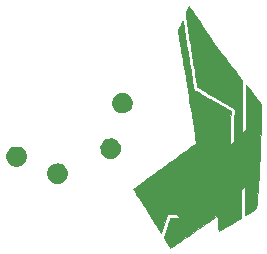
<source format=gbr>
%TF.GenerationSoftware,KiCad,Pcbnew,(5.1.10)-1*%
%TF.CreationDate,2021-10-13T15:42:42-04:00*%
%TF.ProjectId,TFTS-HTH-SAO-Scout-IS,54465453-2d48-4544-982d-53414f2d5363,rev?*%
%TF.SameCoordinates,Original*%
%TF.FileFunction,Legend,Top*%
%TF.FilePolarity,Positive*%
%FSLAX46Y46*%
G04 Gerber Fmt 4.6, Leading zero omitted, Abs format (unit mm)*
G04 Created by KiCad (PCBNEW (5.1.10)-1) date 2021-10-13 15:42:42*
%MOMM*%
%LPD*%
G01*
G04 APERTURE LIST*
%ADD10C,0.010000*%
G04 APERTURE END LIST*
D10*
%TO.C,G\u002A\u002A\u002A*%
G36*
X151017887Y-80107016D02*
G01*
X151090138Y-80112734D01*
X151150074Y-80126135D01*
X151212683Y-80150118D01*
X151261249Y-80172442D01*
X151416202Y-80266714D01*
X151540979Y-80384945D01*
X151635500Y-80521880D01*
X151699687Y-80672268D01*
X151733459Y-80830856D01*
X151736738Y-80992392D01*
X151709444Y-81151622D01*
X151651498Y-81303294D01*
X151562822Y-81442157D01*
X151443336Y-81562956D01*
X151292960Y-81660440D01*
X151283748Y-81665042D01*
X151210395Y-81698781D01*
X151147144Y-81720025D01*
X151078725Y-81732122D01*
X150989872Y-81738423D01*
X150941169Y-81740198D01*
X150829027Y-81741281D01*
X150744720Y-81735327D01*
X150674107Y-81720758D01*
X150626702Y-81705128D01*
X150461479Y-81623027D01*
X150323748Y-81512248D01*
X150215485Y-81377892D01*
X150138666Y-81225059D01*
X150095268Y-81058852D01*
X150087264Y-80884371D01*
X150116633Y-80706717D01*
X150177739Y-80546116D01*
X150262090Y-80414375D01*
X150374950Y-80295465D01*
X150504568Y-80200376D01*
X150595613Y-80155198D01*
X150672150Y-80129380D01*
X150751285Y-80114169D01*
X150848349Y-80107230D01*
X150918334Y-80106079D01*
X151017887Y-80107016D01*
G37*
X151017887Y-80107016D02*
X151090138Y-80112734D01*
X151150074Y-80126135D01*
X151212683Y-80150118D01*
X151261249Y-80172442D01*
X151416202Y-80266714D01*
X151540979Y-80384945D01*
X151635500Y-80521880D01*
X151699687Y-80672268D01*
X151733459Y-80830856D01*
X151736738Y-80992392D01*
X151709444Y-81151622D01*
X151651498Y-81303294D01*
X151562822Y-81442157D01*
X151443336Y-81562956D01*
X151292960Y-81660440D01*
X151283748Y-81665042D01*
X151210395Y-81698781D01*
X151147144Y-81720025D01*
X151078725Y-81732122D01*
X150989872Y-81738423D01*
X150941169Y-81740198D01*
X150829027Y-81741281D01*
X150744720Y-81735327D01*
X150674107Y-81720758D01*
X150626702Y-81705128D01*
X150461479Y-81623027D01*
X150323748Y-81512248D01*
X150215485Y-81377892D01*
X150138666Y-81225059D01*
X150095268Y-81058852D01*
X150087264Y-80884371D01*
X150116633Y-80706717D01*
X150177739Y-80546116D01*
X150262090Y-80414375D01*
X150374950Y-80295465D01*
X150504568Y-80200376D01*
X150595613Y-80155198D01*
X150672150Y-80129380D01*
X150751285Y-80114169D01*
X150848349Y-80107230D01*
X150918334Y-80106079D01*
X151017887Y-80107016D01*
G36*
X150133968Y-83981694D02*
G01*
X150299117Y-84051115D01*
X150454199Y-84161015D01*
X150507436Y-84210547D01*
X150608650Y-84325188D01*
X150677338Y-84440187D01*
X150718028Y-84566859D01*
X150735249Y-84716520D01*
X150736582Y-84783084D01*
X150727850Y-84941828D01*
X150698343Y-85073406D01*
X150643093Y-85189924D01*
X150557134Y-85303484D01*
X150496936Y-85367103D01*
X150405560Y-85451687D01*
X150324935Y-85509525D01*
X150242717Y-85549348D01*
X150235178Y-85552212D01*
X150085008Y-85593105D01*
X149927666Y-85609704D01*
X149779126Y-85600943D01*
X149714048Y-85586973D01*
X149535442Y-85517026D01*
X149382484Y-85416262D01*
X149258340Y-85288193D01*
X149166176Y-85136334D01*
X149109158Y-84964199D01*
X149098649Y-84903941D01*
X149092891Y-84717342D01*
X149125804Y-84541004D01*
X149194118Y-84379430D01*
X149294564Y-84237125D01*
X149423873Y-84118592D01*
X149578776Y-84028336D01*
X149756003Y-83970860D01*
X149779306Y-83966252D01*
X149960210Y-83953243D01*
X150133968Y-83981694D01*
G37*
X150133968Y-83981694D02*
X150299117Y-84051115D01*
X150454199Y-84161015D01*
X150507436Y-84210547D01*
X150608650Y-84325188D01*
X150677338Y-84440187D01*
X150718028Y-84566859D01*
X150735249Y-84716520D01*
X150736582Y-84783084D01*
X150727850Y-84941828D01*
X150698343Y-85073406D01*
X150643093Y-85189924D01*
X150557134Y-85303484D01*
X150496936Y-85367103D01*
X150405560Y-85451687D01*
X150324935Y-85509525D01*
X150242717Y-85549348D01*
X150235178Y-85552212D01*
X150085008Y-85593105D01*
X149927666Y-85609704D01*
X149779126Y-85600943D01*
X149714048Y-85586973D01*
X149535442Y-85517026D01*
X149382484Y-85416262D01*
X149258340Y-85288193D01*
X149166176Y-85136334D01*
X149109158Y-84964199D01*
X149098649Y-84903941D01*
X149092891Y-84717342D01*
X149125804Y-84541004D01*
X149194118Y-84379430D01*
X149294564Y-84237125D01*
X149423873Y-84118592D01*
X149578776Y-84028336D01*
X149756003Y-83970860D01*
X149779306Y-83966252D01*
X149960210Y-83953243D01*
X150133968Y-83981694D01*
G36*
X142059832Y-84635699D02*
G01*
X142135031Y-84639570D01*
X142192679Y-84648814D01*
X142245163Y-84665714D01*
X142304872Y-84692557D01*
X142327706Y-84703707D01*
X142478687Y-84799681D01*
X142602952Y-84926694D01*
X142702927Y-85087293D01*
X142712662Y-85107365D01*
X142745705Y-85181680D01*
X142765519Y-85243177D01*
X142775243Y-85307849D01*
X142778020Y-85391689D01*
X142777845Y-85439250D01*
X142770033Y-85582947D01*
X142746283Y-85701538D01*
X142701820Y-85810755D01*
X142631870Y-85926326D01*
X142628463Y-85931319D01*
X142552142Y-86020377D01*
X142451463Y-86107134D01*
X142341046Y-86180679D01*
X142235508Y-86230099D01*
X142222553Y-86234291D01*
X142101197Y-86258971D01*
X141963960Y-86267858D01*
X141828814Y-86260892D01*
X141713732Y-86238016D01*
X141707370Y-86235976D01*
X141572084Y-86181577D01*
X141462106Y-86112697D01*
X141360579Y-86018650D01*
X141354891Y-86012520D01*
X141245374Y-85865009D01*
X141172834Y-85704649D01*
X141136245Y-85536981D01*
X141134582Y-85367544D01*
X141166821Y-85201877D01*
X141231936Y-85045521D01*
X141328902Y-84904014D01*
X141456695Y-84782897D01*
X141598634Y-84695208D01*
X141657254Y-84668182D01*
X141708900Y-84650676D01*
X141765592Y-84640654D01*
X141839347Y-84636081D01*
X141942183Y-84634923D01*
X141954695Y-84634917D01*
X142059832Y-84635699D01*
G37*
X142059832Y-84635699D02*
X142135031Y-84639570D01*
X142192679Y-84648814D01*
X142245163Y-84665714D01*
X142304872Y-84692557D01*
X142327706Y-84703707D01*
X142478687Y-84799681D01*
X142602952Y-84926694D01*
X142702927Y-85087293D01*
X142712662Y-85107365D01*
X142745705Y-85181680D01*
X142765519Y-85243177D01*
X142775243Y-85307849D01*
X142778020Y-85391689D01*
X142777845Y-85439250D01*
X142770033Y-85582947D01*
X142746283Y-85701538D01*
X142701820Y-85810755D01*
X142631870Y-85926326D01*
X142628463Y-85931319D01*
X142552142Y-86020377D01*
X142451463Y-86107134D01*
X142341046Y-86180679D01*
X142235508Y-86230099D01*
X142222553Y-86234291D01*
X142101197Y-86258971D01*
X141963960Y-86267858D01*
X141828814Y-86260892D01*
X141713732Y-86238016D01*
X141707370Y-86235976D01*
X141572084Y-86181577D01*
X141462106Y-86112697D01*
X141360579Y-86018650D01*
X141354891Y-86012520D01*
X141245374Y-85865009D01*
X141172834Y-85704649D01*
X141136245Y-85536981D01*
X141134582Y-85367544D01*
X141166821Y-85201877D01*
X141231936Y-85045521D01*
X141328902Y-84904014D01*
X141456695Y-84782897D01*
X141598634Y-84695208D01*
X141657254Y-84668182D01*
X141708900Y-84650676D01*
X141765592Y-84640654D01*
X141839347Y-84636081D01*
X141942183Y-84634923D01*
X141954695Y-84634917D01*
X142059832Y-84635699D01*
G36*
X145625321Y-86094400D02*
G01*
X145777987Y-86150994D01*
X145918583Y-86238632D01*
X146041995Y-86357369D01*
X146143111Y-86507261D01*
X146162725Y-86546252D01*
X146194236Y-86616468D01*
X146214024Y-86674982D01*
X146224774Y-86735915D01*
X146229170Y-86813388D01*
X146229917Y-86899750D01*
X146228496Y-87003882D01*
X146222694Y-87079284D01*
X146210199Y-87139508D01*
X146188701Y-87198106D01*
X146173189Y-87232449D01*
X146079711Y-87384684D01*
X145954527Y-87517114D01*
X145806999Y-87620199D01*
X145777631Y-87635476D01*
X145704536Y-87669132D01*
X145641617Y-87690248D01*
X145573578Y-87702163D01*
X145485125Y-87708213D01*
X145436741Y-87709850D01*
X145333160Y-87711112D01*
X145257419Y-87706589D01*
X145195197Y-87694313D01*
X145132174Y-87672316D01*
X145116391Y-87665814D01*
X144944841Y-87573776D01*
X144805091Y-87454311D01*
X144695260Y-87305643D01*
X144655861Y-87230374D01*
X144629894Y-87170026D01*
X144613423Y-87114464D01*
X144604364Y-87050947D01*
X144600636Y-86966739D01*
X144600084Y-86889167D01*
X144601611Y-86779898D01*
X144607393Y-86700676D01*
X144619226Y-86639284D01*
X144638908Y-86583507D01*
X144648113Y-86562770D01*
X144742129Y-86403622D01*
X144859861Y-86275127D01*
X144996196Y-86177341D01*
X145146022Y-86110319D01*
X145304226Y-86074118D01*
X145465697Y-86068793D01*
X145625321Y-86094400D01*
G37*
X145625321Y-86094400D02*
X145777987Y-86150994D01*
X145918583Y-86238632D01*
X146041995Y-86357369D01*
X146143111Y-86507261D01*
X146162725Y-86546252D01*
X146194236Y-86616468D01*
X146214024Y-86674982D01*
X146224774Y-86735915D01*
X146229170Y-86813388D01*
X146229917Y-86899750D01*
X146228496Y-87003882D01*
X146222694Y-87079284D01*
X146210199Y-87139508D01*
X146188701Y-87198106D01*
X146173189Y-87232449D01*
X146079711Y-87384684D01*
X145954527Y-87517114D01*
X145806999Y-87620199D01*
X145777631Y-87635476D01*
X145704536Y-87669132D01*
X145641617Y-87690248D01*
X145573578Y-87702163D01*
X145485125Y-87708213D01*
X145436741Y-87709850D01*
X145333160Y-87711112D01*
X145257419Y-87706589D01*
X145195197Y-87694313D01*
X145132174Y-87672316D01*
X145116391Y-87665814D01*
X144944841Y-87573776D01*
X144805091Y-87454311D01*
X144695260Y-87305643D01*
X144655861Y-87230374D01*
X144629894Y-87170026D01*
X144613423Y-87114464D01*
X144604364Y-87050947D01*
X144600636Y-86966739D01*
X144600084Y-86889167D01*
X144601611Y-86779898D01*
X144607393Y-86700676D01*
X144619226Y-86639284D01*
X144638908Y-86583507D01*
X144648113Y-86562770D01*
X144742129Y-86403622D01*
X144859861Y-86275127D01*
X144996196Y-86177341D01*
X145146022Y-86110319D01*
X145304226Y-86074118D01*
X145465697Y-86068793D01*
X145625321Y-86094400D01*
G36*
X156586341Y-72754288D02*
G01*
X156621941Y-72799012D01*
X156675522Y-72872020D01*
X156744544Y-72969704D01*
X156826469Y-73088454D01*
X156918755Y-73224663D01*
X157018864Y-73374721D01*
X157047991Y-73418789D01*
X157163254Y-73593500D01*
X157283242Y-73775313D01*
X157403130Y-73956922D01*
X157518094Y-74131021D01*
X157623309Y-74290302D01*
X157713951Y-74427460D01*
X157773326Y-74517250D01*
X157940004Y-74765324D01*
X158130657Y-75042171D01*
X158342390Y-75343850D01*
X158572308Y-75666420D01*
X158817519Y-76005940D01*
X159075127Y-76358468D01*
X159342239Y-76720065D01*
X159615960Y-77086789D01*
X159893396Y-77454698D01*
X160171653Y-77819853D01*
X160447837Y-78178312D01*
X160692956Y-78492860D01*
X161104794Y-79018302D01*
X161091441Y-80736526D01*
X161089146Y-81018302D01*
X161086657Y-81299400D01*
X161084026Y-81575243D01*
X161081306Y-81841257D01*
X161078547Y-82092867D01*
X161075804Y-82325496D01*
X161073127Y-82534570D01*
X161070569Y-82715514D01*
X161068183Y-82863751D01*
X161066019Y-82974706D01*
X161065809Y-82983917D01*
X161053530Y-83513084D01*
X161222977Y-83343750D01*
X161392424Y-83174417D01*
X161414961Y-81324432D01*
X161418442Y-81048344D01*
X161421997Y-80784485D01*
X161425571Y-80535911D01*
X161429111Y-80305675D01*
X161432562Y-80096830D01*
X161435870Y-79912433D01*
X161438979Y-79755535D01*
X161441836Y-79629193D01*
X161444386Y-79536459D01*
X161446575Y-79480388D01*
X161448120Y-79463825D01*
X161466891Y-79470825D01*
X161497660Y-79502373D01*
X161499007Y-79504060D01*
X161520417Y-79530927D01*
X161565368Y-79587199D01*
X161630944Y-79669233D01*
X161714232Y-79773384D01*
X161812317Y-79896008D01*
X161922284Y-80033462D01*
X162041219Y-80182101D01*
X162123700Y-80285167D01*
X162708127Y-81015417D01*
X162708114Y-81290584D01*
X162707073Y-81462367D01*
X162704060Y-81672428D01*
X162699223Y-81916764D01*
X162692708Y-82191371D01*
X162684663Y-82492248D01*
X162675234Y-82815391D01*
X162664569Y-83156798D01*
X162652814Y-83512465D01*
X162640116Y-83878391D01*
X162626622Y-84250571D01*
X162612480Y-84625004D01*
X162597836Y-84997687D01*
X162582837Y-85364616D01*
X162567631Y-85721789D01*
X162552363Y-86065204D01*
X162537181Y-86390856D01*
X162522233Y-86694745D01*
X162507664Y-86972866D01*
X162493622Y-87221218D01*
X162485476Y-87354834D01*
X162471945Y-87561655D01*
X162456632Y-87781919D01*
X162439914Y-88011174D01*
X162422168Y-88244970D01*
X162403773Y-88478856D01*
X162385105Y-88708382D01*
X162366543Y-88929098D01*
X162348464Y-89136553D01*
X162331245Y-89326295D01*
X162315264Y-89493876D01*
X162300899Y-89634844D01*
X162288528Y-89744748D01*
X162278527Y-89819139D01*
X162274466Y-89841946D01*
X162252468Y-89869107D01*
X162193726Y-89915950D01*
X162098103Y-89982574D01*
X161965461Y-90069073D01*
X161814793Y-90163702D01*
X161690735Y-90240026D01*
X161578348Y-90308064D01*
X161482672Y-90364856D01*
X161408746Y-90407441D01*
X161361608Y-90432857D01*
X161346571Y-90438839D01*
X161343405Y-90417501D01*
X161340498Y-90357585D01*
X161337898Y-90262845D01*
X161335653Y-90137036D01*
X161333808Y-89983911D01*
X161332412Y-89807227D01*
X161331510Y-89610736D01*
X161331150Y-89398195D01*
X161331287Y-89217500D01*
X161333516Y-88000417D01*
X161006440Y-88326651D01*
X160997376Y-89501256D01*
X160988311Y-90675860D01*
X160647031Y-90885049D01*
X160540388Y-90950065D01*
X160415725Y-91025482D01*
X160277423Y-91108702D01*
X160129866Y-91197125D01*
X159977437Y-91288151D01*
X159824517Y-91379183D01*
X159675491Y-91467620D01*
X159534741Y-91550862D01*
X159406650Y-91626312D01*
X159295600Y-91691369D01*
X159205975Y-91743435D01*
X159142156Y-91779910D01*
X159108528Y-91798194D01*
X159104540Y-91799834D01*
X159099455Y-91780008D01*
X159093262Y-91725814D01*
X159086691Y-91645176D01*
X159080474Y-91546021D01*
X159079613Y-91529959D01*
X159072353Y-91410576D01*
X159062422Y-91274227D01*
X159050578Y-91128993D01*
X159037580Y-90982952D01*
X159024188Y-90844184D01*
X159011159Y-90720771D01*
X158999252Y-90620791D01*
X158989226Y-90552325D01*
X158986484Y-90538139D01*
X158972250Y-90472361D01*
X158347834Y-90917091D01*
X158194738Y-91025696D01*
X158023508Y-91146397D01*
X157836916Y-91277290D01*
X157637732Y-91416470D01*
X157428728Y-91562034D01*
X157212675Y-91712079D01*
X156992345Y-91864701D01*
X156770509Y-92017996D01*
X156549939Y-92170060D01*
X156333406Y-92318990D01*
X156123681Y-92462882D01*
X155923536Y-92599833D01*
X155735743Y-92727938D01*
X155563071Y-92845295D01*
X155408294Y-92949999D01*
X155274183Y-93040146D01*
X155163508Y-93113834D01*
X155079041Y-93169158D01*
X155023554Y-93204215D01*
X154999818Y-93217101D01*
X154999404Y-93217121D01*
X154986929Y-93199677D01*
X154955332Y-93151132D01*
X154907733Y-93076405D01*
X154847251Y-92980415D01*
X154777006Y-92868082D01*
X154722972Y-92781192D01*
X154453026Y-92346141D01*
X154720154Y-91527945D01*
X154778079Y-91350689D01*
X154831858Y-91186429D01*
X154880093Y-91039420D01*
X154921380Y-90913919D01*
X154954320Y-90814180D01*
X154977511Y-90744461D01*
X154989553Y-90709016D01*
X154990937Y-90705385D01*
X155012163Y-90702851D01*
X155069315Y-90698295D01*
X155156059Y-90692160D01*
X155266062Y-90684890D01*
X155392987Y-90676928D01*
X155425656Y-90674939D01*
X155856719Y-90648860D01*
X155752901Y-90556687D01*
X155681030Y-90493529D01*
X155606136Y-90428710D01*
X155563098Y-90392047D01*
X155477112Y-90319578D01*
X155118598Y-90352040D01*
X154999687Y-90363549D01*
X154895811Y-90375009D01*
X154814174Y-90385513D01*
X154761980Y-90394152D01*
X154746390Y-90398960D01*
X154736983Y-90421690D01*
X154716086Y-90480229D01*
X154685206Y-90570095D01*
X154645853Y-90686808D01*
X154599535Y-90825888D01*
X154547762Y-90982855D01*
X154492042Y-91153229D01*
X154483098Y-91180709D01*
X154427052Y-91352073D01*
X154374786Y-91510110D01*
X154327788Y-91650448D01*
X154287549Y-91768717D01*
X154255557Y-91860545D01*
X154233303Y-91921561D01*
X154222276Y-91947395D01*
X154221625Y-91947973D01*
X154208942Y-91930423D01*
X154175434Y-91879440D01*
X154122675Y-91797513D01*
X154052238Y-91687132D01*
X153965697Y-91550786D01*
X153864626Y-91390964D01*
X153750598Y-91210155D01*
X153625187Y-91010850D01*
X153489967Y-90795536D01*
X153346511Y-90566704D01*
X153196393Y-90326843D01*
X153162000Y-90271834D01*
X153007375Y-90024699D01*
X152856769Y-89784420D01*
X152712006Y-89553883D01*
X152574910Y-89335970D01*
X152447301Y-89133565D01*
X152331004Y-88949552D01*
X152227841Y-88786815D01*
X152139635Y-88648238D01*
X152068208Y-88536704D01*
X152015384Y-88455097D01*
X151982984Y-88406301D01*
X151981330Y-88403902D01*
X151848410Y-88212084D01*
X151907247Y-88166249D01*
X151930979Y-88148814D01*
X151987178Y-88108114D01*
X152073903Y-88045543D01*
X152189211Y-87962497D01*
X152331160Y-87860370D01*
X152497810Y-87740557D01*
X152687217Y-87604454D01*
X152897440Y-87453455D01*
X153126538Y-87288956D01*
X153372568Y-87112352D01*
X153633589Y-86925037D01*
X153907659Y-86728406D01*
X154192836Y-86523854D01*
X154487178Y-86312777D01*
X154537834Y-86276456D01*
X154833313Y-86064581D01*
X155119825Y-85859109D01*
X155395438Y-85661424D01*
X155658222Y-85472913D01*
X155906247Y-85294962D01*
X156137582Y-85128956D01*
X156350296Y-84976282D01*
X156542459Y-84838325D01*
X156712140Y-84716472D01*
X156857409Y-84612107D01*
X156976334Y-84526617D01*
X157066986Y-84461388D01*
X157127433Y-84417806D01*
X157155745Y-84397256D01*
X157157262Y-84396124D01*
X157204940Y-84359750D01*
X157130456Y-83862334D01*
X157116803Y-83772178D01*
X157100654Y-83667484D01*
X157081775Y-83546816D01*
X157059930Y-83408741D01*
X157034885Y-83251826D01*
X157006406Y-83074636D01*
X156974257Y-82875739D01*
X156938205Y-82653700D01*
X156898014Y-82407087D01*
X156853450Y-82134465D01*
X156804278Y-81834400D01*
X156750264Y-81505460D01*
X156691173Y-81146210D01*
X156626770Y-80755217D01*
X156556820Y-80331047D01*
X156481089Y-79872266D01*
X156399343Y-79377442D01*
X156311346Y-78845140D01*
X156216865Y-78273927D01*
X156117106Y-77671084D01*
X156050349Y-77267607D01*
X155990224Y-76903789D01*
X155936414Y-76577529D01*
X155888603Y-76286728D01*
X155846474Y-76029285D01*
X155809710Y-75803100D01*
X155777995Y-75606072D01*
X155751012Y-75436102D01*
X155728444Y-75291089D01*
X155709974Y-75168932D01*
X155695286Y-75067532D01*
X155684063Y-74984789D01*
X155675988Y-74918601D01*
X155670745Y-74866869D01*
X155668016Y-74827493D01*
X155667486Y-74798371D01*
X155668838Y-74777405D01*
X155671754Y-74762493D01*
X155675919Y-74751536D01*
X155676642Y-74750084D01*
X155695410Y-74710919D01*
X155727959Y-74640406D01*
X155770937Y-74545907D01*
X155820996Y-74434786D01*
X155873751Y-74316734D01*
X155925057Y-74204166D01*
X155970938Y-74108610D01*
X156008643Y-74035383D01*
X156035422Y-73989796D01*
X156048524Y-73977166D01*
X156049030Y-73978068D01*
X156053538Y-74002342D01*
X156064229Y-74066024D01*
X156080719Y-74166704D01*
X156102624Y-74301967D01*
X156129559Y-74469404D01*
X156161138Y-74666600D01*
X156196979Y-74891145D01*
X156236695Y-75140627D01*
X156279902Y-75412632D01*
X156326216Y-75704750D01*
X156375252Y-76014568D01*
X156426626Y-76339674D01*
X156479952Y-76677656D01*
X156516198Y-76907672D01*
X156570509Y-77252301D01*
X156623048Y-77585301D01*
X156673437Y-77904293D01*
X156721297Y-78206893D01*
X156766250Y-78490721D01*
X156807916Y-78753396D01*
X156845917Y-78992534D01*
X156879874Y-79205756D01*
X156909409Y-79390680D01*
X156934143Y-79544923D01*
X156953697Y-79666105D01*
X156967692Y-79751845D01*
X156975751Y-79799759D01*
X156977644Y-79809520D01*
X156996212Y-79820505D01*
X157048633Y-79851371D01*
X157132255Y-79900560D01*
X157244429Y-79966514D01*
X157382504Y-80047675D01*
X157543828Y-80142485D01*
X157725752Y-80249386D01*
X157925624Y-80366821D01*
X158140793Y-80493232D01*
X158368610Y-80627060D01*
X158546721Y-80731681D01*
X160110858Y-81650417D01*
X160096980Y-82412417D01*
X160093042Y-82626886D01*
X160088671Y-82862018D01*
X160084091Y-83105886D01*
X160079529Y-83346564D01*
X160075209Y-83572126D01*
X160071356Y-83770644D01*
X160070387Y-83820000D01*
X160057673Y-84465584D01*
X160222690Y-84302726D01*
X160387707Y-84139869D01*
X160413904Y-83127976D01*
X160419437Y-82911013D01*
X160424778Y-82695519D01*
X160429786Y-82487552D01*
X160434322Y-82293172D01*
X160438246Y-82118439D01*
X160441419Y-81969413D01*
X160443701Y-81852153D01*
X160444735Y-81789303D01*
X160449369Y-81462523D01*
X158874726Y-80537366D01*
X158582839Y-80365656D01*
X158325854Y-80213987D01*
X158101990Y-80081269D01*
X157909468Y-79966411D01*
X157746508Y-79868321D01*
X157611330Y-79785910D01*
X157502156Y-79718085D01*
X157417204Y-79663756D01*
X157354694Y-79621832D01*
X157312849Y-79591222D01*
X157289886Y-79570835D01*
X157284194Y-79562397D01*
X157279378Y-79536857D01*
X157268482Y-79472334D01*
X157251954Y-79371672D01*
X157230241Y-79237716D01*
X157203792Y-79073311D01*
X157173054Y-78881299D01*
X157138474Y-78664526D01*
X157100501Y-78425836D01*
X157059582Y-78168073D01*
X157016165Y-77894081D01*
X156970697Y-77606705D01*
X156923627Y-77308789D01*
X156875401Y-77003177D01*
X156826468Y-76692713D01*
X156777276Y-76380242D01*
X156728271Y-76068608D01*
X156679903Y-75760655D01*
X156632617Y-75459228D01*
X156586863Y-75167170D01*
X156543088Y-74887327D01*
X156501739Y-74622542D01*
X156463265Y-74375659D01*
X156428112Y-74149523D01*
X156396729Y-73946978D01*
X156369564Y-73770869D01*
X156347063Y-73624039D01*
X156329675Y-73509333D01*
X156317848Y-73429595D01*
X156312029Y-73387670D01*
X156311538Y-73383098D01*
X156318339Y-73348508D01*
X156339037Y-73284149D01*
X156370073Y-73198818D01*
X156407884Y-73101312D01*
X156448911Y-73000427D01*
X156489591Y-72904961D01*
X156526366Y-72823710D01*
X156555673Y-72765472D01*
X156571263Y-72741455D01*
X156586341Y-72754288D01*
G37*
X156586341Y-72754288D02*
X156621941Y-72799012D01*
X156675522Y-72872020D01*
X156744544Y-72969704D01*
X156826469Y-73088454D01*
X156918755Y-73224663D01*
X157018864Y-73374721D01*
X157047991Y-73418789D01*
X157163254Y-73593500D01*
X157283242Y-73775313D01*
X157403130Y-73956922D01*
X157518094Y-74131021D01*
X157623309Y-74290302D01*
X157713951Y-74427460D01*
X157773326Y-74517250D01*
X157940004Y-74765324D01*
X158130657Y-75042171D01*
X158342390Y-75343850D01*
X158572308Y-75666420D01*
X158817519Y-76005940D01*
X159075127Y-76358468D01*
X159342239Y-76720065D01*
X159615960Y-77086789D01*
X159893396Y-77454698D01*
X160171653Y-77819853D01*
X160447837Y-78178312D01*
X160692956Y-78492860D01*
X161104794Y-79018302D01*
X161091441Y-80736526D01*
X161089146Y-81018302D01*
X161086657Y-81299400D01*
X161084026Y-81575243D01*
X161081306Y-81841257D01*
X161078547Y-82092867D01*
X161075804Y-82325496D01*
X161073127Y-82534570D01*
X161070569Y-82715514D01*
X161068183Y-82863751D01*
X161066019Y-82974706D01*
X161065809Y-82983917D01*
X161053530Y-83513084D01*
X161222977Y-83343750D01*
X161392424Y-83174417D01*
X161414961Y-81324432D01*
X161418442Y-81048344D01*
X161421997Y-80784485D01*
X161425571Y-80535911D01*
X161429111Y-80305675D01*
X161432562Y-80096830D01*
X161435870Y-79912433D01*
X161438979Y-79755535D01*
X161441836Y-79629193D01*
X161444386Y-79536459D01*
X161446575Y-79480388D01*
X161448120Y-79463825D01*
X161466891Y-79470825D01*
X161497660Y-79502373D01*
X161499007Y-79504060D01*
X161520417Y-79530927D01*
X161565368Y-79587199D01*
X161630944Y-79669233D01*
X161714232Y-79773384D01*
X161812317Y-79896008D01*
X161922284Y-80033462D01*
X162041219Y-80182101D01*
X162123700Y-80285167D01*
X162708127Y-81015417D01*
X162708114Y-81290584D01*
X162707073Y-81462367D01*
X162704060Y-81672428D01*
X162699223Y-81916764D01*
X162692708Y-82191371D01*
X162684663Y-82492248D01*
X162675234Y-82815391D01*
X162664569Y-83156798D01*
X162652814Y-83512465D01*
X162640116Y-83878391D01*
X162626622Y-84250571D01*
X162612480Y-84625004D01*
X162597836Y-84997687D01*
X162582837Y-85364616D01*
X162567631Y-85721789D01*
X162552363Y-86065204D01*
X162537181Y-86390856D01*
X162522233Y-86694745D01*
X162507664Y-86972866D01*
X162493622Y-87221218D01*
X162485476Y-87354834D01*
X162471945Y-87561655D01*
X162456632Y-87781919D01*
X162439914Y-88011174D01*
X162422168Y-88244970D01*
X162403773Y-88478856D01*
X162385105Y-88708382D01*
X162366543Y-88929098D01*
X162348464Y-89136553D01*
X162331245Y-89326295D01*
X162315264Y-89493876D01*
X162300899Y-89634844D01*
X162288528Y-89744748D01*
X162278527Y-89819139D01*
X162274466Y-89841946D01*
X162252468Y-89869107D01*
X162193726Y-89915950D01*
X162098103Y-89982574D01*
X161965461Y-90069073D01*
X161814793Y-90163702D01*
X161690735Y-90240026D01*
X161578348Y-90308064D01*
X161482672Y-90364856D01*
X161408746Y-90407441D01*
X161361608Y-90432857D01*
X161346571Y-90438839D01*
X161343405Y-90417501D01*
X161340498Y-90357585D01*
X161337898Y-90262845D01*
X161335653Y-90137036D01*
X161333808Y-89983911D01*
X161332412Y-89807227D01*
X161331510Y-89610736D01*
X161331150Y-89398195D01*
X161331287Y-89217500D01*
X161333516Y-88000417D01*
X161006440Y-88326651D01*
X160997376Y-89501256D01*
X160988311Y-90675860D01*
X160647031Y-90885049D01*
X160540388Y-90950065D01*
X160415725Y-91025482D01*
X160277423Y-91108702D01*
X160129866Y-91197125D01*
X159977437Y-91288151D01*
X159824517Y-91379183D01*
X159675491Y-91467620D01*
X159534741Y-91550862D01*
X159406650Y-91626312D01*
X159295600Y-91691369D01*
X159205975Y-91743435D01*
X159142156Y-91779910D01*
X159108528Y-91798194D01*
X159104540Y-91799834D01*
X159099455Y-91780008D01*
X159093262Y-91725814D01*
X159086691Y-91645176D01*
X159080474Y-91546021D01*
X159079613Y-91529959D01*
X159072353Y-91410576D01*
X159062422Y-91274227D01*
X159050578Y-91128993D01*
X159037580Y-90982952D01*
X159024188Y-90844184D01*
X159011159Y-90720771D01*
X158999252Y-90620791D01*
X158989226Y-90552325D01*
X158986484Y-90538139D01*
X158972250Y-90472361D01*
X158347834Y-90917091D01*
X158194738Y-91025696D01*
X158023508Y-91146397D01*
X157836916Y-91277290D01*
X157637732Y-91416470D01*
X157428728Y-91562034D01*
X157212675Y-91712079D01*
X156992345Y-91864701D01*
X156770509Y-92017996D01*
X156549939Y-92170060D01*
X156333406Y-92318990D01*
X156123681Y-92462882D01*
X155923536Y-92599833D01*
X155735743Y-92727938D01*
X155563071Y-92845295D01*
X155408294Y-92949999D01*
X155274183Y-93040146D01*
X155163508Y-93113834D01*
X155079041Y-93169158D01*
X155023554Y-93204215D01*
X154999818Y-93217101D01*
X154999404Y-93217121D01*
X154986929Y-93199677D01*
X154955332Y-93151132D01*
X154907733Y-93076405D01*
X154847251Y-92980415D01*
X154777006Y-92868082D01*
X154722972Y-92781192D01*
X154453026Y-92346141D01*
X154720154Y-91527945D01*
X154778079Y-91350689D01*
X154831858Y-91186429D01*
X154880093Y-91039420D01*
X154921380Y-90913919D01*
X154954320Y-90814180D01*
X154977511Y-90744461D01*
X154989553Y-90709016D01*
X154990937Y-90705385D01*
X155012163Y-90702851D01*
X155069315Y-90698295D01*
X155156059Y-90692160D01*
X155266062Y-90684890D01*
X155392987Y-90676928D01*
X155425656Y-90674939D01*
X155856719Y-90648860D01*
X155752901Y-90556687D01*
X155681030Y-90493529D01*
X155606136Y-90428710D01*
X155563098Y-90392047D01*
X155477112Y-90319578D01*
X155118598Y-90352040D01*
X154999687Y-90363549D01*
X154895811Y-90375009D01*
X154814174Y-90385513D01*
X154761980Y-90394152D01*
X154746390Y-90398960D01*
X154736983Y-90421690D01*
X154716086Y-90480229D01*
X154685206Y-90570095D01*
X154645853Y-90686808D01*
X154599535Y-90825888D01*
X154547762Y-90982855D01*
X154492042Y-91153229D01*
X154483098Y-91180709D01*
X154427052Y-91352073D01*
X154374786Y-91510110D01*
X154327788Y-91650448D01*
X154287549Y-91768717D01*
X154255557Y-91860545D01*
X154233303Y-91921561D01*
X154222276Y-91947395D01*
X154221625Y-91947973D01*
X154208942Y-91930423D01*
X154175434Y-91879440D01*
X154122675Y-91797513D01*
X154052238Y-91687132D01*
X153965697Y-91550786D01*
X153864626Y-91390964D01*
X153750598Y-91210155D01*
X153625187Y-91010850D01*
X153489967Y-90795536D01*
X153346511Y-90566704D01*
X153196393Y-90326843D01*
X153162000Y-90271834D01*
X153007375Y-90024699D01*
X152856769Y-89784420D01*
X152712006Y-89553883D01*
X152574910Y-89335970D01*
X152447301Y-89133565D01*
X152331004Y-88949552D01*
X152227841Y-88786815D01*
X152139635Y-88648238D01*
X152068208Y-88536704D01*
X152015384Y-88455097D01*
X151982984Y-88406301D01*
X151981330Y-88403902D01*
X151848410Y-88212084D01*
X151907247Y-88166249D01*
X151930979Y-88148814D01*
X151987178Y-88108114D01*
X152073903Y-88045543D01*
X152189211Y-87962497D01*
X152331160Y-87860370D01*
X152497810Y-87740557D01*
X152687217Y-87604454D01*
X152897440Y-87453455D01*
X153126538Y-87288956D01*
X153372568Y-87112352D01*
X153633589Y-86925037D01*
X153907659Y-86728406D01*
X154192836Y-86523854D01*
X154487178Y-86312777D01*
X154537834Y-86276456D01*
X154833313Y-86064581D01*
X155119825Y-85859109D01*
X155395438Y-85661424D01*
X155658222Y-85472913D01*
X155906247Y-85294962D01*
X156137582Y-85128956D01*
X156350296Y-84976282D01*
X156542459Y-84838325D01*
X156712140Y-84716472D01*
X156857409Y-84612107D01*
X156976334Y-84526617D01*
X157066986Y-84461388D01*
X157127433Y-84417806D01*
X157155745Y-84397256D01*
X157157262Y-84396124D01*
X157204940Y-84359750D01*
X157130456Y-83862334D01*
X157116803Y-83772178D01*
X157100654Y-83667484D01*
X157081775Y-83546816D01*
X157059930Y-83408741D01*
X157034885Y-83251826D01*
X157006406Y-83074636D01*
X156974257Y-82875739D01*
X156938205Y-82653700D01*
X156898014Y-82407087D01*
X156853450Y-82134465D01*
X156804278Y-81834400D01*
X156750264Y-81505460D01*
X156691173Y-81146210D01*
X156626770Y-80755217D01*
X156556820Y-80331047D01*
X156481089Y-79872266D01*
X156399343Y-79377442D01*
X156311346Y-78845140D01*
X156216865Y-78273927D01*
X156117106Y-77671084D01*
X156050349Y-77267607D01*
X155990224Y-76903789D01*
X155936414Y-76577529D01*
X155888603Y-76286728D01*
X155846474Y-76029285D01*
X155809710Y-75803100D01*
X155777995Y-75606072D01*
X155751012Y-75436102D01*
X155728444Y-75291089D01*
X155709974Y-75168932D01*
X155695286Y-75067532D01*
X155684063Y-74984789D01*
X155675988Y-74918601D01*
X155670745Y-74866869D01*
X155668016Y-74827493D01*
X155667486Y-74798371D01*
X155668838Y-74777405D01*
X155671754Y-74762493D01*
X155675919Y-74751536D01*
X155676642Y-74750084D01*
X155695410Y-74710919D01*
X155727959Y-74640406D01*
X155770937Y-74545907D01*
X155820996Y-74434786D01*
X155873751Y-74316734D01*
X155925057Y-74204166D01*
X155970938Y-74108610D01*
X156008643Y-74035383D01*
X156035422Y-73989796D01*
X156048524Y-73977166D01*
X156049030Y-73978068D01*
X156053538Y-74002342D01*
X156064229Y-74066024D01*
X156080719Y-74166704D01*
X156102624Y-74301967D01*
X156129559Y-74469404D01*
X156161138Y-74666600D01*
X156196979Y-74891145D01*
X156236695Y-75140627D01*
X156279902Y-75412632D01*
X156326216Y-75704750D01*
X156375252Y-76014568D01*
X156426626Y-76339674D01*
X156479952Y-76677656D01*
X156516198Y-76907672D01*
X156570509Y-77252301D01*
X156623048Y-77585301D01*
X156673437Y-77904293D01*
X156721297Y-78206893D01*
X156766250Y-78490721D01*
X156807916Y-78753396D01*
X156845917Y-78992534D01*
X156879874Y-79205756D01*
X156909409Y-79390680D01*
X156934143Y-79544923D01*
X156953697Y-79666105D01*
X156967692Y-79751845D01*
X156975751Y-79799759D01*
X156977644Y-79809520D01*
X156996212Y-79820505D01*
X157048633Y-79851371D01*
X157132255Y-79900560D01*
X157244429Y-79966514D01*
X157382504Y-80047675D01*
X157543828Y-80142485D01*
X157725752Y-80249386D01*
X157925624Y-80366821D01*
X158140793Y-80493232D01*
X158368610Y-80627060D01*
X158546721Y-80731681D01*
X160110858Y-81650417D01*
X160096980Y-82412417D01*
X160093042Y-82626886D01*
X160088671Y-82862018D01*
X160084091Y-83105886D01*
X160079529Y-83346564D01*
X160075209Y-83572126D01*
X160071356Y-83770644D01*
X160070387Y-83820000D01*
X160057673Y-84465584D01*
X160222690Y-84302726D01*
X160387707Y-84139869D01*
X160413904Y-83127976D01*
X160419437Y-82911013D01*
X160424778Y-82695519D01*
X160429786Y-82487552D01*
X160434322Y-82293172D01*
X160438246Y-82118439D01*
X160441419Y-81969413D01*
X160443701Y-81852153D01*
X160444735Y-81789303D01*
X160449369Y-81462523D01*
X158874726Y-80537366D01*
X158582839Y-80365656D01*
X158325854Y-80213987D01*
X158101990Y-80081269D01*
X157909468Y-79966411D01*
X157746508Y-79868321D01*
X157611330Y-79785910D01*
X157502156Y-79718085D01*
X157417204Y-79663756D01*
X157354694Y-79621832D01*
X157312849Y-79591222D01*
X157289886Y-79570835D01*
X157284194Y-79562397D01*
X157279378Y-79536857D01*
X157268482Y-79472334D01*
X157251954Y-79371672D01*
X157230241Y-79237716D01*
X157203792Y-79073311D01*
X157173054Y-78881299D01*
X157138474Y-78664526D01*
X157100501Y-78425836D01*
X157059582Y-78168073D01*
X157016165Y-77894081D01*
X156970697Y-77606705D01*
X156923627Y-77308789D01*
X156875401Y-77003177D01*
X156826468Y-76692713D01*
X156777276Y-76380242D01*
X156728271Y-76068608D01*
X156679903Y-75760655D01*
X156632617Y-75459228D01*
X156586863Y-75167170D01*
X156543088Y-74887327D01*
X156501739Y-74622542D01*
X156463265Y-74375659D01*
X156428112Y-74149523D01*
X156396729Y-73946978D01*
X156369564Y-73770869D01*
X156347063Y-73624039D01*
X156329675Y-73509333D01*
X156317848Y-73429595D01*
X156312029Y-73387670D01*
X156311538Y-73383098D01*
X156318339Y-73348508D01*
X156339037Y-73284149D01*
X156370073Y-73198818D01*
X156407884Y-73101312D01*
X156448911Y-73000427D01*
X156489591Y-72904961D01*
X156526366Y-72823710D01*
X156555673Y-72765472D01*
X156571263Y-72741455D01*
X156586341Y-72754288D01*
%TD*%
M02*

</source>
